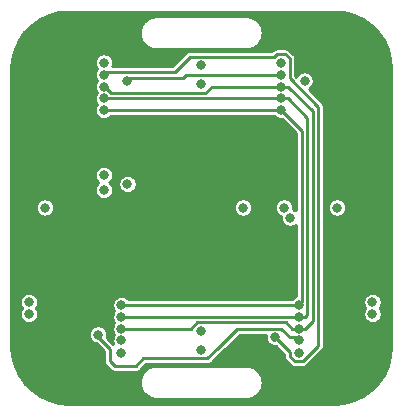
<source format=gbr>
%TF.GenerationSoftware,KiCad,Pcbnew,(5.1.6)-1*%
%TF.CreationDate,2020-09-19T18:08:17+02:00*%
%TF.ProjectId,watch,77617463-682e-46b6-9963-61645f706362,rev?*%
%TF.SameCoordinates,Original*%
%TF.FileFunction,Copper,L2,Inr*%
%TF.FilePolarity,Positive*%
%FSLAX46Y46*%
G04 Gerber Fmt 4.6, Leading zero omitted, Abs format (unit mm)*
G04 Created by KiCad (PCBNEW (5.1.6)-1) date 2020-09-19 18:08:17*
%MOMM*%
%LPD*%
G01*
G04 APERTURE LIST*
%TA.AperFunction,ViaPad*%
%ADD10C,0.800000*%
%TD*%
%TA.AperFunction,Conductor*%
%ADD11C,0.250000*%
%TD*%
G04 APERTURE END LIST*
D10*
%TO.N,GND*%
X133781312Y-62852611D03*
X140260725Y-75127611D03*
X155281312Y-75127611D03*
X147031312Y-50802611D03*
X140781312Y-60852611D03*
X153781312Y-50577611D03*
X138781312Y-50577611D03*
X146981312Y-74902611D03*
X132431312Y-70852611D03*
X132431312Y-71852611D03*
%TO.N,VCC*%
X154556312Y-63703715D03*
X150556312Y-62852611D03*
%TO.N,+3V3*%
X138281312Y-75102611D03*
X140781312Y-50602611D03*
X155781312Y-50602611D03*
X141281312Y-63102611D03*
X138781312Y-62602611D03*
X145781312Y-60852611D03*
X153281312Y-75102611D03*
%TO.N,/MDI*%
X155781312Y-52102611D03*
%TO.N,/OE*%
X155281312Y-71102611D03*
X138781312Y-54602611D03*
X153781312Y-54602611D03*
X140281312Y-71102611D03*
%TO.N,/LE*%
X155281312Y-72102611D03*
X140281312Y-72102611D03*
X138781312Y-53602611D03*
X153781306Y-53602611D03*
%TO.N,/CLK*%
X155281312Y-73102611D03*
X140281312Y-73102611D03*
X138781312Y-52602611D03*
X153781312Y-52602611D03*
%TO.N,/SDI*%
X140281312Y-74102611D03*
%TO.N,/SW1*%
X147031312Y-52402611D03*
%TO.N,/SW2*%
X147031312Y-73302611D03*
%TO.N,+BATT*%
X154031312Y-62852611D03*
X158531312Y-62852611D03*
%TO.N,Net-(U10-Pad2)*%
X153281312Y-73827611D03*
X138781312Y-51602611D03*
%TO.N,Net-(U3-Pad2)*%
X155281312Y-74102611D03*
X138281312Y-73602611D03*
%TO.N,Net-(U10-Pad14)*%
X153781312Y-51602611D03*
X140781312Y-52102611D03*
%TO.N,/RX*%
X138781312Y-60102611D03*
X161531312Y-70852611D03*
%TO.N,/TX*%
X138781312Y-61352611D03*
X161531312Y-71852611D03*
%TD*%
D11*
%TO.N,/OE*%
X138781312Y-54602611D02*
X153781312Y-54602611D01*
X140281312Y-71102611D02*
X155281312Y-71102611D01*
X155531312Y-56352611D02*
X153781312Y-54602611D01*
X155281312Y-71102611D02*
X155531312Y-70852611D01*
X155531312Y-70852611D02*
X155531312Y-56352611D01*
%TO.N,/LE*%
X138781312Y-53602611D02*
X153781306Y-53602611D01*
X154346991Y-53602611D02*
X153781306Y-53602611D01*
X156006313Y-71943295D02*
X156006313Y-55261933D01*
X155846997Y-72102611D02*
X156006313Y-71943295D01*
X156006313Y-55261933D02*
X154346991Y-53602611D01*
X155281312Y-72102611D02*
X155846997Y-72102611D01*
X140281312Y-72102611D02*
X155281312Y-72102611D01*
%TO.N,/CLK*%
X154346997Y-52602611D02*
X153781312Y-52602611D01*
X156456322Y-54711936D02*
X154346997Y-52602611D01*
X156456323Y-72493285D02*
X156456322Y-54711936D01*
X155846997Y-73102611D02*
X156456323Y-72493285D01*
X155281312Y-73102611D02*
X155846997Y-73102611D01*
X138854314Y-52602611D02*
X138781312Y-52602611D01*
X139379315Y-53127612D02*
X138854314Y-52602611D01*
X147379313Y-53127612D02*
X139379315Y-53127612D01*
X147904314Y-52602611D02*
X147379313Y-53127612D01*
X153781312Y-52602611D02*
X147904314Y-52602611D01*
X154190626Y-72577610D02*
X154715627Y-73102611D01*
X146683311Y-72577610D02*
X154190626Y-72577610D01*
X154715627Y-73102611D02*
X155281312Y-73102611D01*
X146158310Y-73102611D02*
X146683311Y-72577610D01*
X140281312Y-73102611D02*
X146158310Y-73102611D01*
%TO.N,Net-(U10-Pad2)*%
X153081311Y-74027612D02*
X153281312Y-73827611D01*
X138708310Y-51602611D02*
X138781312Y-51602611D01*
X139031312Y-51352611D02*
X138781312Y-51602611D01*
X144781312Y-51352611D02*
X139031312Y-51352611D01*
X146056313Y-50077610D02*
X144781312Y-51352611D01*
X153208311Y-50077610D02*
X146056313Y-50077610D01*
X155629313Y-75852612D02*
X156906331Y-74575594D01*
X156906331Y-54300632D02*
X154506313Y-51900614D01*
X154556311Y-75475612D02*
X154933311Y-75852612D01*
X154506313Y-50229610D02*
X154129314Y-49852611D01*
X153433310Y-49852611D02*
X153208311Y-50077610D01*
X154933311Y-75852612D02*
X155629313Y-75852612D01*
X154506313Y-51900614D02*
X154506313Y-50229610D01*
X154556311Y-75102610D02*
X154556311Y-75475612D01*
X153281312Y-73827611D02*
X154556311Y-75102610D01*
X156906331Y-74575594D02*
X156906331Y-54300632D01*
X154129314Y-49852611D02*
X153433310Y-49852611D01*
%TO.N,Net-(U3-Pad2)*%
X150081315Y-73102610D02*
X148431313Y-74752612D01*
X154506313Y-73827612D02*
X153781311Y-73102610D01*
X155281312Y-74102611D02*
X155006313Y-73827612D01*
X153781311Y-73102610D02*
X150081315Y-73102610D01*
X148581314Y-74602611D02*
X148431313Y-74752612D01*
X155006313Y-73827612D02*
X154506313Y-73827612D01*
X139281312Y-74827611D02*
X138281312Y-73827611D01*
X139281312Y-75857610D02*
X139281312Y-74827611D01*
X148431313Y-74752612D02*
X147556313Y-75627612D01*
X142142721Y-75627612D02*
X141467711Y-76302622D01*
X141467711Y-76302622D02*
X139726323Y-76302621D01*
X147556313Y-75627612D02*
X142142721Y-75627612D01*
X139726323Y-76302621D02*
X139281312Y-75857610D01*
%TO.N,Net-(U10-Pad14)*%
X145506312Y-51877611D02*
X145781312Y-51602611D01*
X140781312Y-51877611D02*
X145506312Y-51877611D01*
X153781312Y-51602611D02*
X145781312Y-51602611D01*
%TD*%
%TO.N,+3V3*%
G36*
X159123243Y-46327798D02*
G01*
X159939586Y-46546537D01*
X160705545Y-46903710D01*
X161397850Y-47388467D01*
X161995457Y-47986074D01*
X162480212Y-48678375D01*
X162837385Y-49444336D01*
X163056125Y-50260681D01*
X163131313Y-51120088D01*
X163131312Y-74585146D01*
X163056125Y-75444541D01*
X162837385Y-76260886D01*
X162480212Y-77026847D01*
X161995457Y-77719148D01*
X161397850Y-78316755D01*
X160705545Y-78801512D01*
X159939586Y-79158685D01*
X159123243Y-79377424D01*
X158263847Y-79452611D01*
X135798777Y-79452611D01*
X134939382Y-79377424D01*
X134123037Y-79158684D01*
X133357076Y-78801511D01*
X132664775Y-78316756D01*
X132067168Y-77719149D01*
X132000081Y-77623338D01*
X141832982Y-77623338D01*
X141833235Y-77659592D01*
X141832982Y-77695846D01*
X141833527Y-77701405D01*
X141853928Y-77895501D01*
X141861217Y-77931009D01*
X141868011Y-77966625D01*
X141869626Y-77971972D01*
X141927338Y-78158410D01*
X141941376Y-78191807D01*
X141954967Y-78225445D01*
X141957589Y-78230376D01*
X142050414Y-78402053D01*
X142070692Y-78432117D01*
X142090539Y-78462446D01*
X142094069Y-78466774D01*
X142218473Y-78617152D01*
X142244199Y-78642699D01*
X142269563Y-78668600D01*
X142273866Y-78672160D01*
X142425108Y-78795510D01*
X142455300Y-78815569D01*
X142485219Y-78836055D01*
X142490132Y-78838711D01*
X142662454Y-78930336D01*
X142695952Y-78944143D01*
X142729294Y-78958433D01*
X142734629Y-78960085D01*
X142921466Y-79016494D01*
X142957029Y-79023536D01*
X142992490Y-79031073D01*
X142998044Y-79031657D01*
X143192278Y-79050702D01*
X143192282Y-79050702D01*
X143211665Y-79052611D01*
X150850959Y-79052611D01*
X150871326Y-79050605D01*
X150884307Y-79050605D01*
X150889862Y-79050021D01*
X151083811Y-79028266D01*
X151119268Y-79020729D01*
X151154838Y-79013686D01*
X151160173Y-79012035D01*
X151346204Y-78953022D01*
X151379531Y-78938738D01*
X151413043Y-78924925D01*
X151417952Y-78922270D01*
X151417957Y-78922268D01*
X151417961Y-78922265D01*
X151588981Y-78828246D01*
X151618878Y-78807775D01*
X151649090Y-78787702D01*
X151653394Y-78784142D01*
X151802900Y-78658692D01*
X151828280Y-78632775D01*
X151853991Y-78607243D01*
X151857521Y-78602915D01*
X151979812Y-78450815D01*
X151999673Y-78420464D01*
X152019935Y-78390425D01*
X152022557Y-78385494D01*
X152112977Y-78212538D01*
X152126556Y-78178929D01*
X152140608Y-78145500D01*
X152142222Y-78140153D01*
X152197325Y-77952928D01*
X152204116Y-77917326D01*
X152211408Y-77881805D01*
X152211953Y-77876246D01*
X152229642Y-77681885D01*
X152229389Y-77645630D01*
X152229642Y-77609376D01*
X152229097Y-77603817D01*
X152208696Y-77409720D01*
X152201404Y-77374199D01*
X152194613Y-77338597D01*
X152192999Y-77333254D01*
X152192998Y-77333248D01*
X152192996Y-77333242D01*
X152135286Y-77146812D01*
X152121254Y-77113432D01*
X152107657Y-77079777D01*
X152105035Y-77074846D01*
X152012210Y-76903169D01*
X151991932Y-76873105D01*
X151972085Y-76842776D01*
X151968555Y-76838448D01*
X151844151Y-76688070D01*
X151818425Y-76662523D01*
X151793061Y-76636622D01*
X151788758Y-76633062D01*
X151637516Y-76509712D01*
X151607342Y-76489665D01*
X151577406Y-76469167D01*
X151572493Y-76466511D01*
X151400170Y-76374886D01*
X151366672Y-76361079D01*
X151333330Y-76346789D01*
X151327995Y-76345137D01*
X151141159Y-76288728D01*
X151105574Y-76281682D01*
X151070134Y-76274149D01*
X151064579Y-76273565D01*
X150870346Y-76254520D01*
X150870342Y-76254520D01*
X150850959Y-76252611D01*
X143211665Y-76252611D01*
X143191298Y-76254617D01*
X143178317Y-76254617D01*
X143172762Y-76255201D01*
X142978812Y-76276956D01*
X142943348Y-76284494D01*
X142907786Y-76291536D01*
X142902451Y-76293187D01*
X142716421Y-76352200D01*
X142683107Y-76366478D01*
X142649581Y-76380297D01*
X142644668Y-76382953D01*
X142473643Y-76476976D01*
X142443746Y-76497447D01*
X142413534Y-76517520D01*
X142409234Y-76521078D01*
X142409229Y-76521081D01*
X142409225Y-76521085D01*
X142259724Y-76646530D01*
X142234344Y-76672447D01*
X142208633Y-76697979D01*
X142205103Y-76702307D01*
X142082812Y-76854407D01*
X142062961Y-76884743D01*
X142042689Y-76914797D01*
X142040067Y-76919729D01*
X141949647Y-77092684D01*
X141936068Y-77126293D01*
X141922016Y-77159722D01*
X141920402Y-77165069D01*
X141865299Y-77352295D01*
X141858509Y-77387889D01*
X141851216Y-77423417D01*
X141850671Y-77428976D01*
X141832982Y-77623338D01*
X132000081Y-77623338D01*
X131582411Y-77026844D01*
X131225238Y-76260885D01*
X131006499Y-75444542D01*
X130931312Y-74585146D01*
X130931312Y-73526280D01*
X137506312Y-73526280D01*
X137506312Y-73678942D01*
X137536095Y-73828670D01*
X137594516Y-73969711D01*
X137679330Y-74096645D01*
X137787278Y-74204593D01*
X137914212Y-74289407D01*
X138055253Y-74347828D01*
X138104150Y-74357554D01*
X138781313Y-75034718D01*
X138781312Y-75833049D01*
X138778893Y-75857610D01*
X138788547Y-75955627D01*
X138791826Y-75966436D01*
X138817137Y-76049876D01*
X138863566Y-76136739D01*
X138926048Y-76212874D01*
X138945135Y-76228538D01*
X139355407Y-76638812D01*
X139371059Y-76657884D01*
X139390130Y-76673535D01*
X139390136Y-76673541D01*
X139447194Y-76720367D01*
X139534055Y-76766795D01*
X139628306Y-76795386D01*
X139726323Y-76805040D01*
X139750893Y-76802620D01*
X141443150Y-76802622D01*
X141467711Y-76805041D01*
X141565728Y-76795387D01*
X141605108Y-76783441D01*
X141659977Y-76766797D01*
X141746839Y-76720368D01*
X141822974Y-76657886D01*
X141838634Y-76638804D01*
X142349828Y-76127612D01*
X147531753Y-76127612D01*
X147556313Y-76130031D01*
X147580873Y-76127612D01*
X147654330Y-76120377D01*
X147748580Y-76091787D01*
X147835442Y-76045358D01*
X147911577Y-75982876D01*
X147927242Y-75963788D01*
X148802233Y-75088799D01*
X148802242Y-75088788D01*
X148859290Y-75031740D01*
X148952233Y-74938798D01*
X148952237Y-74938793D01*
X150288421Y-73602610D01*
X152535885Y-73602610D01*
X152506312Y-73751280D01*
X152506312Y-73903942D01*
X152536095Y-74053670D01*
X152594516Y-74194711D01*
X152640351Y-74263308D01*
X152663566Y-74306740D01*
X152726048Y-74382875D01*
X152802183Y-74445357D01*
X152845615Y-74468572D01*
X152914212Y-74514407D01*
X153055253Y-74572828D01*
X153204981Y-74602611D01*
X153349206Y-74602611D01*
X154056311Y-75309717D01*
X154056311Y-75451052D01*
X154053892Y-75475612D01*
X154056311Y-75500171D01*
X154056311Y-75500172D01*
X154063546Y-75573629D01*
X154092137Y-75667879D01*
X154138566Y-75754741D01*
X154201048Y-75830876D01*
X154220130Y-75846536D01*
X154562390Y-76188798D01*
X154578047Y-76207876D01*
X154654182Y-76270358D01*
X154741044Y-76316787D01*
X154826248Y-76342633D01*
X154835294Y-76345377D01*
X154933311Y-76355031D01*
X154957871Y-76352612D01*
X155604753Y-76352612D01*
X155629313Y-76355031D01*
X155653873Y-76352612D01*
X155727330Y-76345377D01*
X155821580Y-76316787D01*
X155908442Y-76270358D01*
X155984577Y-76207876D01*
X156000242Y-76188788D01*
X157242512Y-74946519D01*
X157261595Y-74930858D01*
X157324077Y-74854723D01*
X157370506Y-74767861D01*
X157399096Y-74673611D01*
X157406331Y-74600154D01*
X157406331Y-74600153D01*
X157408750Y-74575595D01*
X157406331Y-74551037D01*
X157406331Y-70776280D01*
X160756312Y-70776280D01*
X160756312Y-70928942D01*
X160786095Y-71078670D01*
X160844516Y-71219711D01*
X160929330Y-71346645D01*
X160935296Y-71352611D01*
X160929330Y-71358577D01*
X160844516Y-71485511D01*
X160786095Y-71626552D01*
X160756312Y-71776280D01*
X160756312Y-71928942D01*
X160786095Y-72078670D01*
X160844516Y-72219711D01*
X160929330Y-72346645D01*
X161037278Y-72454593D01*
X161164212Y-72539407D01*
X161305253Y-72597828D01*
X161454981Y-72627611D01*
X161607643Y-72627611D01*
X161757371Y-72597828D01*
X161898412Y-72539407D01*
X162025346Y-72454593D01*
X162133294Y-72346645D01*
X162218108Y-72219711D01*
X162276529Y-72078670D01*
X162306312Y-71928942D01*
X162306312Y-71776280D01*
X162276529Y-71626552D01*
X162218108Y-71485511D01*
X162133294Y-71358577D01*
X162127328Y-71352611D01*
X162133294Y-71346645D01*
X162218108Y-71219711D01*
X162276529Y-71078670D01*
X162306312Y-70928942D01*
X162306312Y-70776280D01*
X162276529Y-70626552D01*
X162218108Y-70485511D01*
X162133294Y-70358577D01*
X162025346Y-70250629D01*
X161898412Y-70165815D01*
X161757371Y-70107394D01*
X161607643Y-70077611D01*
X161454981Y-70077611D01*
X161305253Y-70107394D01*
X161164212Y-70165815D01*
X161037278Y-70250629D01*
X160929330Y-70358577D01*
X160844516Y-70485511D01*
X160786095Y-70626552D01*
X160756312Y-70776280D01*
X157406331Y-70776280D01*
X157406331Y-62776280D01*
X157756312Y-62776280D01*
X157756312Y-62928942D01*
X157786095Y-63078670D01*
X157844516Y-63219711D01*
X157929330Y-63346645D01*
X158037278Y-63454593D01*
X158164212Y-63539407D01*
X158305253Y-63597828D01*
X158454981Y-63627611D01*
X158607643Y-63627611D01*
X158757371Y-63597828D01*
X158898412Y-63539407D01*
X159025346Y-63454593D01*
X159133294Y-63346645D01*
X159218108Y-63219711D01*
X159276529Y-63078670D01*
X159306312Y-62928942D01*
X159306312Y-62776280D01*
X159276529Y-62626552D01*
X159218108Y-62485511D01*
X159133294Y-62358577D01*
X159025346Y-62250629D01*
X158898412Y-62165815D01*
X158757371Y-62107394D01*
X158607643Y-62077611D01*
X158454981Y-62077611D01*
X158305253Y-62107394D01*
X158164212Y-62165815D01*
X158037278Y-62250629D01*
X157929330Y-62358577D01*
X157844516Y-62485511D01*
X157786095Y-62626552D01*
X157756312Y-62776280D01*
X157406331Y-62776280D01*
X157406331Y-54325191D01*
X157408750Y-54300631D01*
X157399096Y-54202614D01*
X157379628Y-54138437D01*
X157370506Y-54108365D01*
X157324077Y-54021503D01*
X157261595Y-53945368D01*
X157242512Y-53929707D01*
X156115743Y-52802939D01*
X156148412Y-52789407D01*
X156275346Y-52704593D01*
X156383294Y-52596645D01*
X156468108Y-52469711D01*
X156526529Y-52328670D01*
X156556312Y-52178942D01*
X156556312Y-52026280D01*
X156526529Y-51876552D01*
X156468108Y-51735511D01*
X156383294Y-51608577D01*
X156275346Y-51500629D01*
X156148412Y-51415815D01*
X156007371Y-51357394D01*
X155857643Y-51327611D01*
X155704981Y-51327611D01*
X155555253Y-51357394D01*
X155414212Y-51415815D01*
X155287278Y-51500629D01*
X155179330Y-51608577D01*
X155094516Y-51735511D01*
X155080984Y-51768180D01*
X155006313Y-51693509D01*
X155006313Y-50254167D01*
X155008732Y-50229609D01*
X155006313Y-50205050D01*
X154999078Y-50131593D01*
X154970488Y-50037343D01*
X154924059Y-49950481D01*
X154861577Y-49874346D01*
X154842494Y-49858685D01*
X154500243Y-49516435D01*
X154484578Y-49497347D01*
X154408443Y-49434865D01*
X154321581Y-49388436D01*
X154227331Y-49359846D01*
X154153874Y-49352611D01*
X154129314Y-49350192D01*
X154104754Y-49352611D01*
X153457870Y-49352611D01*
X153433310Y-49350192D01*
X153408750Y-49352611D01*
X153335293Y-49359846D01*
X153241043Y-49388436D01*
X153154181Y-49434865D01*
X153078046Y-49497347D01*
X153062385Y-49516430D01*
X153001205Y-49577610D01*
X146080873Y-49577610D01*
X146056313Y-49575191D01*
X146031753Y-49577610D01*
X145958296Y-49584845D01*
X145864046Y-49613435D01*
X145777184Y-49659864D01*
X145701049Y-49722346D01*
X145685393Y-49741423D01*
X144574207Y-50852611D01*
X139506257Y-50852611D01*
X139526529Y-50803670D01*
X139556312Y-50653942D01*
X139556312Y-50501280D01*
X139526529Y-50351552D01*
X139468108Y-50210511D01*
X139383294Y-50083577D01*
X139275346Y-49975629D01*
X139148412Y-49890815D01*
X139007371Y-49832394D01*
X138857643Y-49802611D01*
X138704981Y-49802611D01*
X138555253Y-49832394D01*
X138414212Y-49890815D01*
X138287278Y-49975629D01*
X138179330Y-50083577D01*
X138094516Y-50210511D01*
X138036095Y-50351552D01*
X138006312Y-50501280D01*
X138006312Y-50653942D01*
X138036095Y-50803670D01*
X138094516Y-50944711D01*
X138179330Y-51071645D01*
X138197796Y-51090111D01*
X138179330Y-51108577D01*
X138094516Y-51235511D01*
X138036095Y-51376552D01*
X138006312Y-51526280D01*
X138006312Y-51678942D01*
X138036095Y-51828670D01*
X138094516Y-51969711D01*
X138179330Y-52096645D01*
X138185296Y-52102611D01*
X138179330Y-52108577D01*
X138094516Y-52235511D01*
X138036095Y-52376552D01*
X138006312Y-52526280D01*
X138006312Y-52678942D01*
X138036095Y-52828670D01*
X138094516Y-52969711D01*
X138179330Y-53096645D01*
X138185296Y-53102611D01*
X138179330Y-53108577D01*
X138094516Y-53235511D01*
X138036095Y-53376552D01*
X138006312Y-53526280D01*
X138006312Y-53678942D01*
X138036095Y-53828670D01*
X138094516Y-53969711D01*
X138179330Y-54096645D01*
X138185296Y-54102611D01*
X138179330Y-54108577D01*
X138094516Y-54235511D01*
X138036095Y-54376552D01*
X138006312Y-54526280D01*
X138006312Y-54678942D01*
X138036095Y-54828670D01*
X138094516Y-54969711D01*
X138179330Y-55096645D01*
X138287278Y-55204593D01*
X138414212Y-55289407D01*
X138555253Y-55347828D01*
X138704981Y-55377611D01*
X138857643Y-55377611D01*
X139007371Y-55347828D01*
X139148412Y-55289407D01*
X139275346Y-55204593D01*
X139377328Y-55102611D01*
X153185296Y-55102611D01*
X153287278Y-55204593D01*
X153414212Y-55289407D01*
X153555253Y-55347828D01*
X153704981Y-55377611D01*
X153849207Y-55377611D01*
X155031313Y-56559719D01*
X155031313Y-63089015D01*
X154923412Y-63016919D01*
X154799058Y-62965410D01*
X154806312Y-62928942D01*
X154806312Y-62776280D01*
X154776529Y-62626552D01*
X154718108Y-62485511D01*
X154633294Y-62358577D01*
X154525346Y-62250629D01*
X154398412Y-62165815D01*
X154257371Y-62107394D01*
X154107643Y-62077611D01*
X153954981Y-62077611D01*
X153805253Y-62107394D01*
X153664212Y-62165815D01*
X153537278Y-62250629D01*
X153429330Y-62358577D01*
X153344516Y-62485511D01*
X153286095Y-62626552D01*
X153256312Y-62776280D01*
X153256312Y-62928942D01*
X153286095Y-63078670D01*
X153344516Y-63219711D01*
X153429330Y-63346645D01*
X153537278Y-63454593D01*
X153664212Y-63539407D01*
X153788566Y-63590916D01*
X153781312Y-63627384D01*
X153781312Y-63780046D01*
X153811095Y-63929774D01*
X153869516Y-64070815D01*
X153954330Y-64197749D01*
X154062278Y-64305697D01*
X154189212Y-64390511D01*
X154330253Y-64448932D01*
X154479981Y-64478715D01*
X154632643Y-64478715D01*
X154782371Y-64448932D01*
X154923412Y-64390511D01*
X155031312Y-64318415D01*
X155031312Y-70367311D01*
X154914212Y-70415815D01*
X154787278Y-70500629D01*
X154685296Y-70602611D01*
X140877328Y-70602611D01*
X140775346Y-70500629D01*
X140648412Y-70415815D01*
X140507371Y-70357394D01*
X140357643Y-70327611D01*
X140204981Y-70327611D01*
X140055253Y-70357394D01*
X139914212Y-70415815D01*
X139787278Y-70500629D01*
X139679330Y-70608577D01*
X139594516Y-70735511D01*
X139536095Y-70876552D01*
X139506312Y-71026280D01*
X139506312Y-71178942D01*
X139536095Y-71328670D01*
X139594516Y-71469711D01*
X139679330Y-71596645D01*
X139685296Y-71602611D01*
X139679330Y-71608577D01*
X139594516Y-71735511D01*
X139536095Y-71876552D01*
X139506312Y-72026280D01*
X139506312Y-72178942D01*
X139536095Y-72328670D01*
X139594516Y-72469711D01*
X139679330Y-72596645D01*
X139685296Y-72602611D01*
X139679330Y-72608577D01*
X139594516Y-72735511D01*
X139536095Y-72876552D01*
X139506312Y-73026280D01*
X139506312Y-73178942D01*
X139536095Y-73328670D01*
X139594516Y-73469711D01*
X139679330Y-73596645D01*
X139685296Y-73602611D01*
X139679330Y-73608577D01*
X139594516Y-73735511D01*
X139536095Y-73876552D01*
X139506312Y-74026280D01*
X139506312Y-74178942D01*
X139536095Y-74328670D01*
X139569058Y-74408250D01*
X139015677Y-73854870D01*
X139026529Y-73828670D01*
X139056312Y-73678942D01*
X139056312Y-73526280D01*
X139026529Y-73376552D01*
X138968108Y-73235511D01*
X138883294Y-73108577D01*
X138775346Y-73000629D01*
X138648412Y-72915815D01*
X138507371Y-72857394D01*
X138357643Y-72827611D01*
X138204981Y-72827611D01*
X138055253Y-72857394D01*
X137914212Y-72915815D01*
X137787278Y-73000629D01*
X137679330Y-73108577D01*
X137594516Y-73235511D01*
X137536095Y-73376552D01*
X137506312Y-73526280D01*
X130931312Y-73526280D01*
X130931312Y-70776280D01*
X131656312Y-70776280D01*
X131656312Y-70928942D01*
X131686095Y-71078670D01*
X131744516Y-71219711D01*
X131829330Y-71346645D01*
X131835296Y-71352611D01*
X131829330Y-71358577D01*
X131744516Y-71485511D01*
X131686095Y-71626552D01*
X131656312Y-71776280D01*
X131656312Y-71928942D01*
X131686095Y-72078670D01*
X131744516Y-72219711D01*
X131829330Y-72346645D01*
X131937278Y-72454593D01*
X132064212Y-72539407D01*
X132205253Y-72597828D01*
X132354981Y-72627611D01*
X132507643Y-72627611D01*
X132657371Y-72597828D01*
X132798412Y-72539407D01*
X132925346Y-72454593D01*
X133033294Y-72346645D01*
X133118108Y-72219711D01*
X133176529Y-72078670D01*
X133206312Y-71928942D01*
X133206312Y-71776280D01*
X133176529Y-71626552D01*
X133118108Y-71485511D01*
X133033294Y-71358577D01*
X133027328Y-71352611D01*
X133033294Y-71346645D01*
X133118108Y-71219711D01*
X133176529Y-71078670D01*
X133206312Y-70928942D01*
X133206312Y-70776280D01*
X133176529Y-70626552D01*
X133118108Y-70485511D01*
X133033294Y-70358577D01*
X132925346Y-70250629D01*
X132798412Y-70165815D01*
X132657371Y-70107394D01*
X132507643Y-70077611D01*
X132354981Y-70077611D01*
X132205253Y-70107394D01*
X132064212Y-70165815D01*
X131937278Y-70250629D01*
X131829330Y-70358577D01*
X131744516Y-70485511D01*
X131686095Y-70626552D01*
X131656312Y-70776280D01*
X130931312Y-70776280D01*
X130931312Y-62776280D01*
X133006312Y-62776280D01*
X133006312Y-62928942D01*
X133036095Y-63078670D01*
X133094516Y-63219711D01*
X133179330Y-63346645D01*
X133287278Y-63454593D01*
X133414212Y-63539407D01*
X133555253Y-63597828D01*
X133704981Y-63627611D01*
X133857643Y-63627611D01*
X134007371Y-63597828D01*
X134148412Y-63539407D01*
X134275346Y-63454593D01*
X134383294Y-63346645D01*
X134468108Y-63219711D01*
X134526529Y-63078670D01*
X134556312Y-62928942D01*
X134556312Y-62776280D01*
X149781312Y-62776280D01*
X149781312Y-62928942D01*
X149811095Y-63078670D01*
X149869516Y-63219711D01*
X149954330Y-63346645D01*
X150062278Y-63454593D01*
X150189212Y-63539407D01*
X150330253Y-63597828D01*
X150479981Y-63627611D01*
X150632643Y-63627611D01*
X150782371Y-63597828D01*
X150923412Y-63539407D01*
X151050346Y-63454593D01*
X151158294Y-63346645D01*
X151243108Y-63219711D01*
X151301529Y-63078670D01*
X151331312Y-62928942D01*
X151331312Y-62776280D01*
X151301529Y-62626552D01*
X151243108Y-62485511D01*
X151158294Y-62358577D01*
X151050346Y-62250629D01*
X150923412Y-62165815D01*
X150782371Y-62107394D01*
X150632643Y-62077611D01*
X150479981Y-62077611D01*
X150330253Y-62107394D01*
X150189212Y-62165815D01*
X150062278Y-62250629D01*
X149954330Y-62358577D01*
X149869516Y-62485511D01*
X149811095Y-62626552D01*
X149781312Y-62776280D01*
X134556312Y-62776280D01*
X134526529Y-62626552D01*
X134468108Y-62485511D01*
X134383294Y-62358577D01*
X134275346Y-62250629D01*
X134148412Y-62165815D01*
X134007371Y-62107394D01*
X133857643Y-62077611D01*
X133704981Y-62077611D01*
X133555253Y-62107394D01*
X133414212Y-62165815D01*
X133287278Y-62250629D01*
X133179330Y-62358577D01*
X133094516Y-62485511D01*
X133036095Y-62626552D01*
X133006312Y-62776280D01*
X130931312Y-62776280D01*
X130931312Y-60026280D01*
X138006312Y-60026280D01*
X138006312Y-60178942D01*
X138036095Y-60328670D01*
X138094516Y-60469711D01*
X138179330Y-60596645D01*
X138287278Y-60704593D01*
X138321727Y-60727611D01*
X138287278Y-60750629D01*
X138179330Y-60858577D01*
X138094516Y-60985511D01*
X138036095Y-61126552D01*
X138006312Y-61276280D01*
X138006312Y-61428942D01*
X138036095Y-61578670D01*
X138094516Y-61719711D01*
X138179330Y-61846645D01*
X138287278Y-61954593D01*
X138414212Y-62039407D01*
X138555253Y-62097828D01*
X138704981Y-62127611D01*
X138857643Y-62127611D01*
X139007371Y-62097828D01*
X139148412Y-62039407D01*
X139275346Y-61954593D01*
X139383294Y-61846645D01*
X139468108Y-61719711D01*
X139526529Y-61578670D01*
X139556312Y-61428942D01*
X139556312Y-61276280D01*
X139526529Y-61126552D01*
X139468108Y-60985511D01*
X139383294Y-60858577D01*
X139300997Y-60776280D01*
X140006312Y-60776280D01*
X140006312Y-60928942D01*
X140036095Y-61078670D01*
X140094516Y-61219711D01*
X140179330Y-61346645D01*
X140287278Y-61454593D01*
X140414212Y-61539407D01*
X140555253Y-61597828D01*
X140704981Y-61627611D01*
X140857643Y-61627611D01*
X141007371Y-61597828D01*
X141148412Y-61539407D01*
X141275346Y-61454593D01*
X141383294Y-61346645D01*
X141468108Y-61219711D01*
X141526529Y-61078670D01*
X141556312Y-60928942D01*
X141556312Y-60776280D01*
X141526529Y-60626552D01*
X141468108Y-60485511D01*
X141383294Y-60358577D01*
X141275346Y-60250629D01*
X141148412Y-60165815D01*
X141007371Y-60107394D01*
X140857643Y-60077611D01*
X140704981Y-60077611D01*
X140555253Y-60107394D01*
X140414212Y-60165815D01*
X140287278Y-60250629D01*
X140179330Y-60358577D01*
X140094516Y-60485511D01*
X140036095Y-60626552D01*
X140006312Y-60776280D01*
X139300997Y-60776280D01*
X139275346Y-60750629D01*
X139240897Y-60727611D01*
X139275346Y-60704593D01*
X139383294Y-60596645D01*
X139468108Y-60469711D01*
X139526529Y-60328670D01*
X139556312Y-60178942D01*
X139556312Y-60026280D01*
X139526529Y-59876552D01*
X139468108Y-59735511D01*
X139383294Y-59608577D01*
X139275346Y-59500629D01*
X139148412Y-59415815D01*
X139007371Y-59357394D01*
X138857643Y-59327611D01*
X138704981Y-59327611D01*
X138555253Y-59357394D01*
X138414212Y-59415815D01*
X138287278Y-59500629D01*
X138179330Y-59608577D01*
X138094516Y-59735511D01*
X138036095Y-59876552D01*
X138006312Y-60026280D01*
X130931312Y-60026280D01*
X130931312Y-51120076D01*
X131006499Y-50260680D01*
X131225238Y-49444337D01*
X131582411Y-48678378D01*
X132041074Y-48023338D01*
X141832982Y-48023338D01*
X141833235Y-48059592D01*
X141832982Y-48095846D01*
X141833527Y-48101405D01*
X141853928Y-48295501D01*
X141861217Y-48331009D01*
X141868011Y-48366625D01*
X141869626Y-48371972D01*
X141927338Y-48558410D01*
X141941376Y-48591807D01*
X141954967Y-48625445D01*
X141957589Y-48630376D01*
X142050414Y-48802053D01*
X142070692Y-48832117D01*
X142090539Y-48862446D01*
X142094069Y-48866774D01*
X142218473Y-49017152D01*
X142244199Y-49042699D01*
X142269563Y-49068600D01*
X142273866Y-49072160D01*
X142425108Y-49195510D01*
X142455300Y-49215569D01*
X142485219Y-49236055D01*
X142490132Y-49238711D01*
X142662454Y-49330336D01*
X142695952Y-49344143D01*
X142729294Y-49358433D01*
X142734629Y-49360085D01*
X142921466Y-49416494D01*
X142957029Y-49423536D01*
X142992490Y-49431073D01*
X142998044Y-49431657D01*
X143192278Y-49450702D01*
X143192282Y-49450702D01*
X143211665Y-49452611D01*
X150850959Y-49452611D01*
X150871326Y-49450605D01*
X150884307Y-49450605D01*
X150889862Y-49450021D01*
X151083811Y-49428266D01*
X151119268Y-49420729D01*
X151154838Y-49413686D01*
X151160173Y-49412035D01*
X151346204Y-49353022D01*
X151379531Y-49338738D01*
X151413043Y-49324925D01*
X151417952Y-49322270D01*
X151417957Y-49322268D01*
X151417961Y-49322265D01*
X151588981Y-49228246D01*
X151618878Y-49207775D01*
X151649090Y-49187702D01*
X151653394Y-49184142D01*
X151802900Y-49058692D01*
X151828280Y-49032775D01*
X151853991Y-49007243D01*
X151857521Y-49002915D01*
X151979812Y-48850815D01*
X151999673Y-48820464D01*
X152019935Y-48790425D01*
X152022557Y-48785494D01*
X152112977Y-48612538D01*
X152126556Y-48578929D01*
X152140608Y-48545500D01*
X152142222Y-48540153D01*
X152197325Y-48352928D01*
X152204116Y-48317326D01*
X152211408Y-48281805D01*
X152211953Y-48276246D01*
X152229642Y-48081885D01*
X152229389Y-48045630D01*
X152229642Y-48009376D01*
X152229097Y-48003817D01*
X152208696Y-47809720D01*
X152201404Y-47774199D01*
X152194613Y-47738597D01*
X152192999Y-47733254D01*
X152192998Y-47733248D01*
X152192996Y-47733242D01*
X152135286Y-47546812D01*
X152121254Y-47513432D01*
X152107657Y-47479777D01*
X152105035Y-47474846D01*
X152012210Y-47303169D01*
X151991932Y-47273105D01*
X151972085Y-47242776D01*
X151968555Y-47238448D01*
X151844151Y-47088070D01*
X151818425Y-47062523D01*
X151793061Y-47036622D01*
X151788758Y-47033062D01*
X151637516Y-46909712D01*
X151607342Y-46889665D01*
X151577406Y-46869167D01*
X151572493Y-46866511D01*
X151400170Y-46774886D01*
X151366672Y-46761079D01*
X151333330Y-46746789D01*
X151327995Y-46745137D01*
X151141159Y-46688728D01*
X151105574Y-46681682D01*
X151070134Y-46674149D01*
X151064579Y-46673565D01*
X150870346Y-46654520D01*
X150870342Y-46654520D01*
X150850959Y-46652611D01*
X143211665Y-46652611D01*
X143191298Y-46654617D01*
X143178317Y-46654617D01*
X143172762Y-46655201D01*
X142978812Y-46676956D01*
X142943348Y-46684494D01*
X142907786Y-46691536D01*
X142902451Y-46693187D01*
X142716421Y-46752200D01*
X142683107Y-46766478D01*
X142649581Y-46780297D01*
X142644668Y-46782953D01*
X142473643Y-46876976D01*
X142443746Y-46897447D01*
X142413534Y-46917520D01*
X142409234Y-46921078D01*
X142409229Y-46921081D01*
X142409225Y-46921085D01*
X142259724Y-47046530D01*
X142234344Y-47072447D01*
X142208633Y-47097979D01*
X142205103Y-47102307D01*
X142082812Y-47254407D01*
X142062961Y-47284743D01*
X142042689Y-47314797D01*
X142040067Y-47319729D01*
X141949647Y-47492684D01*
X141936068Y-47526293D01*
X141922016Y-47559722D01*
X141920402Y-47565069D01*
X141865299Y-47752295D01*
X141858509Y-47787889D01*
X141851216Y-47823417D01*
X141850671Y-47828976D01*
X141832982Y-48023338D01*
X132041074Y-48023338D01*
X132067168Y-47986073D01*
X132664775Y-47388466D01*
X133357076Y-46903711D01*
X134123037Y-46546538D01*
X134939382Y-46327798D01*
X135798777Y-46252611D01*
X158263847Y-46252611D01*
X159123243Y-46327798D01*
G37*
X159123243Y-46327798D02*
X159939586Y-46546537D01*
X160705545Y-46903710D01*
X161397850Y-47388467D01*
X161995457Y-47986074D01*
X162480212Y-48678375D01*
X162837385Y-49444336D01*
X163056125Y-50260681D01*
X163131313Y-51120088D01*
X163131312Y-74585146D01*
X163056125Y-75444541D01*
X162837385Y-76260886D01*
X162480212Y-77026847D01*
X161995457Y-77719148D01*
X161397850Y-78316755D01*
X160705545Y-78801512D01*
X159939586Y-79158685D01*
X159123243Y-79377424D01*
X158263847Y-79452611D01*
X135798777Y-79452611D01*
X134939382Y-79377424D01*
X134123037Y-79158684D01*
X133357076Y-78801511D01*
X132664775Y-78316756D01*
X132067168Y-77719149D01*
X132000081Y-77623338D01*
X141832982Y-77623338D01*
X141833235Y-77659592D01*
X141832982Y-77695846D01*
X141833527Y-77701405D01*
X141853928Y-77895501D01*
X141861217Y-77931009D01*
X141868011Y-77966625D01*
X141869626Y-77971972D01*
X141927338Y-78158410D01*
X141941376Y-78191807D01*
X141954967Y-78225445D01*
X141957589Y-78230376D01*
X142050414Y-78402053D01*
X142070692Y-78432117D01*
X142090539Y-78462446D01*
X142094069Y-78466774D01*
X142218473Y-78617152D01*
X142244199Y-78642699D01*
X142269563Y-78668600D01*
X142273866Y-78672160D01*
X142425108Y-78795510D01*
X142455300Y-78815569D01*
X142485219Y-78836055D01*
X142490132Y-78838711D01*
X142662454Y-78930336D01*
X142695952Y-78944143D01*
X142729294Y-78958433D01*
X142734629Y-78960085D01*
X142921466Y-79016494D01*
X142957029Y-79023536D01*
X142992490Y-79031073D01*
X142998044Y-79031657D01*
X143192278Y-79050702D01*
X143192282Y-79050702D01*
X143211665Y-79052611D01*
X150850959Y-79052611D01*
X150871326Y-79050605D01*
X150884307Y-79050605D01*
X150889862Y-79050021D01*
X151083811Y-79028266D01*
X151119268Y-79020729D01*
X151154838Y-79013686D01*
X151160173Y-79012035D01*
X151346204Y-78953022D01*
X151379531Y-78938738D01*
X151413043Y-78924925D01*
X151417952Y-78922270D01*
X151417957Y-78922268D01*
X151417961Y-78922265D01*
X151588981Y-78828246D01*
X151618878Y-78807775D01*
X151649090Y-78787702D01*
X151653394Y-78784142D01*
X151802900Y-78658692D01*
X151828280Y-78632775D01*
X151853991Y-78607243D01*
X151857521Y-78602915D01*
X151979812Y-78450815D01*
X151999673Y-78420464D01*
X152019935Y-78390425D01*
X152022557Y-78385494D01*
X152112977Y-78212538D01*
X152126556Y-78178929D01*
X152140608Y-78145500D01*
X152142222Y-78140153D01*
X152197325Y-77952928D01*
X152204116Y-77917326D01*
X152211408Y-77881805D01*
X152211953Y-77876246D01*
X152229642Y-77681885D01*
X152229389Y-77645630D01*
X152229642Y-77609376D01*
X152229097Y-77603817D01*
X152208696Y-77409720D01*
X152201404Y-77374199D01*
X152194613Y-77338597D01*
X152192999Y-77333254D01*
X152192998Y-77333248D01*
X152192996Y-77333242D01*
X152135286Y-77146812D01*
X152121254Y-77113432D01*
X152107657Y-77079777D01*
X152105035Y-77074846D01*
X152012210Y-76903169D01*
X151991932Y-76873105D01*
X151972085Y-76842776D01*
X151968555Y-76838448D01*
X151844151Y-76688070D01*
X151818425Y-76662523D01*
X151793061Y-76636622D01*
X151788758Y-76633062D01*
X151637516Y-76509712D01*
X151607342Y-76489665D01*
X151577406Y-76469167D01*
X151572493Y-76466511D01*
X151400170Y-76374886D01*
X151366672Y-76361079D01*
X151333330Y-76346789D01*
X151327995Y-76345137D01*
X151141159Y-76288728D01*
X151105574Y-76281682D01*
X151070134Y-76274149D01*
X151064579Y-76273565D01*
X150870346Y-76254520D01*
X150870342Y-76254520D01*
X150850959Y-76252611D01*
X143211665Y-76252611D01*
X143191298Y-76254617D01*
X143178317Y-76254617D01*
X143172762Y-76255201D01*
X142978812Y-76276956D01*
X142943348Y-76284494D01*
X142907786Y-76291536D01*
X142902451Y-76293187D01*
X142716421Y-76352200D01*
X142683107Y-76366478D01*
X142649581Y-76380297D01*
X142644668Y-76382953D01*
X142473643Y-76476976D01*
X142443746Y-76497447D01*
X142413534Y-76517520D01*
X142409234Y-76521078D01*
X142409229Y-76521081D01*
X142409225Y-76521085D01*
X142259724Y-76646530D01*
X142234344Y-76672447D01*
X142208633Y-76697979D01*
X142205103Y-76702307D01*
X142082812Y-76854407D01*
X142062961Y-76884743D01*
X142042689Y-76914797D01*
X142040067Y-76919729D01*
X141949647Y-77092684D01*
X141936068Y-77126293D01*
X141922016Y-77159722D01*
X141920402Y-77165069D01*
X141865299Y-77352295D01*
X141858509Y-77387889D01*
X141851216Y-77423417D01*
X141850671Y-77428976D01*
X141832982Y-77623338D01*
X132000081Y-77623338D01*
X131582411Y-77026844D01*
X131225238Y-76260885D01*
X131006499Y-75444542D01*
X130931312Y-74585146D01*
X130931312Y-73526280D01*
X137506312Y-73526280D01*
X137506312Y-73678942D01*
X137536095Y-73828670D01*
X137594516Y-73969711D01*
X137679330Y-74096645D01*
X137787278Y-74204593D01*
X137914212Y-74289407D01*
X138055253Y-74347828D01*
X138104150Y-74357554D01*
X138781313Y-75034718D01*
X138781312Y-75833049D01*
X138778893Y-75857610D01*
X138788547Y-75955627D01*
X138791826Y-75966436D01*
X138817137Y-76049876D01*
X138863566Y-76136739D01*
X138926048Y-76212874D01*
X138945135Y-76228538D01*
X139355407Y-76638812D01*
X139371059Y-76657884D01*
X139390130Y-76673535D01*
X139390136Y-76673541D01*
X139447194Y-76720367D01*
X139534055Y-76766795D01*
X139628306Y-76795386D01*
X139726323Y-76805040D01*
X139750893Y-76802620D01*
X141443150Y-76802622D01*
X141467711Y-76805041D01*
X141565728Y-76795387D01*
X141605108Y-76783441D01*
X141659977Y-76766797D01*
X141746839Y-76720368D01*
X141822974Y-76657886D01*
X141838634Y-76638804D01*
X142349828Y-76127612D01*
X147531753Y-76127612D01*
X147556313Y-76130031D01*
X147580873Y-76127612D01*
X147654330Y-76120377D01*
X147748580Y-76091787D01*
X147835442Y-76045358D01*
X147911577Y-75982876D01*
X147927242Y-75963788D01*
X148802233Y-75088799D01*
X148802242Y-75088788D01*
X148859290Y-75031740D01*
X148952233Y-74938798D01*
X148952237Y-74938793D01*
X150288421Y-73602610D01*
X152535885Y-73602610D01*
X152506312Y-73751280D01*
X152506312Y-73903942D01*
X152536095Y-74053670D01*
X152594516Y-74194711D01*
X152640351Y-74263308D01*
X152663566Y-74306740D01*
X152726048Y-74382875D01*
X152802183Y-74445357D01*
X152845615Y-74468572D01*
X152914212Y-74514407D01*
X153055253Y-74572828D01*
X153204981Y-74602611D01*
X153349206Y-74602611D01*
X154056311Y-75309717D01*
X154056311Y-75451052D01*
X154053892Y-75475612D01*
X154056311Y-75500171D01*
X154056311Y-75500172D01*
X154063546Y-75573629D01*
X154092137Y-75667879D01*
X154138566Y-75754741D01*
X154201048Y-75830876D01*
X154220130Y-75846536D01*
X154562390Y-76188798D01*
X154578047Y-76207876D01*
X154654182Y-76270358D01*
X154741044Y-76316787D01*
X154826248Y-76342633D01*
X154835294Y-76345377D01*
X154933311Y-76355031D01*
X154957871Y-76352612D01*
X155604753Y-76352612D01*
X155629313Y-76355031D01*
X155653873Y-76352612D01*
X155727330Y-76345377D01*
X155821580Y-76316787D01*
X155908442Y-76270358D01*
X155984577Y-76207876D01*
X156000242Y-76188788D01*
X157242512Y-74946519D01*
X157261595Y-74930858D01*
X157324077Y-74854723D01*
X157370506Y-74767861D01*
X157399096Y-74673611D01*
X157406331Y-74600154D01*
X157406331Y-74600153D01*
X157408750Y-74575595D01*
X157406331Y-74551037D01*
X157406331Y-70776280D01*
X160756312Y-70776280D01*
X160756312Y-70928942D01*
X160786095Y-71078670D01*
X160844516Y-71219711D01*
X160929330Y-71346645D01*
X160935296Y-71352611D01*
X160929330Y-71358577D01*
X160844516Y-71485511D01*
X160786095Y-71626552D01*
X160756312Y-71776280D01*
X160756312Y-71928942D01*
X160786095Y-72078670D01*
X160844516Y-72219711D01*
X160929330Y-72346645D01*
X161037278Y-72454593D01*
X161164212Y-72539407D01*
X161305253Y-72597828D01*
X161454981Y-72627611D01*
X161607643Y-72627611D01*
X161757371Y-72597828D01*
X161898412Y-72539407D01*
X162025346Y-72454593D01*
X162133294Y-72346645D01*
X162218108Y-72219711D01*
X162276529Y-72078670D01*
X162306312Y-71928942D01*
X162306312Y-71776280D01*
X162276529Y-71626552D01*
X162218108Y-71485511D01*
X162133294Y-71358577D01*
X162127328Y-71352611D01*
X162133294Y-71346645D01*
X162218108Y-71219711D01*
X162276529Y-71078670D01*
X162306312Y-70928942D01*
X162306312Y-70776280D01*
X162276529Y-70626552D01*
X162218108Y-70485511D01*
X162133294Y-70358577D01*
X162025346Y-70250629D01*
X161898412Y-70165815D01*
X161757371Y-70107394D01*
X161607643Y-70077611D01*
X161454981Y-70077611D01*
X161305253Y-70107394D01*
X161164212Y-70165815D01*
X161037278Y-70250629D01*
X160929330Y-70358577D01*
X160844516Y-70485511D01*
X160786095Y-70626552D01*
X160756312Y-70776280D01*
X157406331Y-70776280D01*
X157406331Y-62776280D01*
X157756312Y-62776280D01*
X157756312Y-62928942D01*
X157786095Y-63078670D01*
X157844516Y-63219711D01*
X157929330Y-63346645D01*
X158037278Y-63454593D01*
X158164212Y-63539407D01*
X158305253Y-63597828D01*
X158454981Y-63627611D01*
X158607643Y-63627611D01*
X158757371Y-63597828D01*
X158898412Y-63539407D01*
X159025346Y-63454593D01*
X159133294Y-63346645D01*
X159218108Y-63219711D01*
X159276529Y-63078670D01*
X159306312Y-62928942D01*
X159306312Y-62776280D01*
X159276529Y-62626552D01*
X159218108Y-62485511D01*
X159133294Y-62358577D01*
X159025346Y-62250629D01*
X158898412Y-62165815D01*
X158757371Y-62107394D01*
X158607643Y-62077611D01*
X158454981Y-62077611D01*
X158305253Y-62107394D01*
X158164212Y-62165815D01*
X158037278Y-62250629D01*
X157929330Y-62358577D01*
X157844516Y-62485511D01*
X157786095Y-62626552D01*
X157756312Y-62776280D01*
X157406331Y-62776280D01*
X157406331Y-54325191D01*
X157408750Y-54300631D01*
X157399096Y-54202614D01*
X157379628Y-54138437D01*
X157370506Y-54108365D01*
X157324077Y-54021503D01*
X157261595Y-53945368D01*
X157242512Y-53929707D01*
X156115743Y-52802939D01*
X156148412Y-52789407D01*
X156275346Y-52704593D01*
X156383294Y-52596645D01*
X156468108Y-52469711D01*
X156526529Y-52328670D01*
X156556312Y-52178942D01*
X156556312Y-52026280D01*
X156526529Y-51876552D01*
X156468108Y-51735511D01*
X156383294Y-51608577D01*
X156275346Y-51500629D01*
X156148412Y-51415815D01*
X156007371Y-51357394D01*
X155857643Y-51327611D01*
X155704981Y-51327611D01*
X155555253Y-51357394D01*
X155414212Y-51415815D01*
X155287278Y-51500629D01*
X155179330Y-51608577D01*
X155094516Y-51735511D01*
X155080984Y-51768180D01*
X155006313Y-51693509D01*
X155006313Y-50254167D01*
X155008732Y-50229609D01*
X155006313Y-50205050D01*
X154999078Y-50131593D01*
X154970488Y-50037343D01*
X154924059Y-49950481D01*
X154861577Y-49874346D01*
X154842494Y-49858685D01*
X154500243Y-49516435D01*
X154484578Y-49497347D01*
X154408443Y-49434865D01*
X154321581Y-49388436D01*
X154227331Y-49359846D01*
X154153874Y-49352611D01*
X154129314Y-49350192D01*
X154104754Y-49352611D01*
X153457870Y-49352611D01*
X153433310Y-49350192D01*
X153408750Y-49352611D01*
X153335293Y-49359846D01*
X153241043Y-49388436D01*
X153154181Y-49434865D01*
X153078046Y-49497347D01*
X153062385Y-49516430D01*
X153001205Y-49577610D01*
X146080873Y-49577610D01*
X146056313Y-49575191D01*
X146031753Y-49577610D01*
X145958296Y-49584845D01*
X145864046Y-49613435D01*
X145777184Y-49659864D01*
X145701049Y-49722346D01*
X145685393Y-49741423D01*
X144574207Y-50852611D01*
X139506257Y-50852611D01*
X139526529Y-50803670D01*
X139556312Y-50653942D01*
X139556312Y-50501280D01*
X139526529Y-50351552D01*
X139468108Y-50210511D01*
X139383294Y-50083577D01*
X139275346Y-49975629D01*
X139148412Y-49890815D01*
X139007371Y-49832394D01*
X138857643Y-49802611D01*
X138704981Y-49802611D01*
X138555253Y-49832394D01*
X138414212Y-49890815D01*
X138287278Y-49975629D01*
X138179330Y-50083577D01*
X138094516Y-50210511D01*
X138036095Y-50351552D01*
X138006312Y-50501280D01*
X138006312Y-50653942D01*
X138036095Y-50803670D01*
X138094516Y-50944711D01*
X138179330Y-51071645D01*
X138197796Y-51090111D01*
X138179330Y-51108577D01*
X138094516Y-51235511D01*
X138036095Y-51376552D01*
X138006312Y-51526280D01*
X138006312Y-51678942D01*
X138036095Y-51828670D01*
X138094516Y-51969711D01*
X138179330Y-52096645D01*
X138185296Y-52102611D01*
X138179330Y-52108577D01*
X138094516Y-52235511D01*
X138036095Y-52376552D01*
X138006312Y-52526280D01*
X138006312Y-52678942D01*
X138036095Y-52828670D01*
X138094516Y-52969711D01*
X138179330Y-53096645D01*
X138185296Y-53102611D01*
X138179330Y-53108577D01*
X138094516Y-53235511D01*
X138036095Y-53376552D01*
X138006312Y-53526280D01*
X138006312Y-53678942D01*
X138036095Y-53828670D01*
X138094516Y-53969711D01*
X138179330Y-54096645D01*
X138185296Y-54102611D01*
X138179330Y-54108577D01*
X138094516Y-54235511D01*
X138036095Y-54376552D01*
X138006312Y-54526280D01*
X138006312Y-54678942D01*
X138036095Y-54828670D01*
X138094516Y-54969711D01*
X138179330Y-55096645D01*
X138287278Y-55204593D01*
X138414212Y-55289407D01*
X138555253Y-55347828D01*
X138704981Y-55377611D01*
X138857643Y-55377611D01*
X139007371Y-55347828D01*
X139148412Y-55289407D01*
X139275346Y-55204593D01*
X139377328Y-55102611D01*
X153185296Y-55102611D01*
X153287278Y-55204593D01*
X153414212Y-55289407D01*
X153555253Y-55347828D01*
X153704981Y-55377611D01*
X153849207Y-55377611D01*
X155031313Y-56559719D01*
X155031313Y-63089015D01*
X154923412Y-63016919D01*
X154799058Y-62965410D01*
X154806312Y-62928942D01*
X154806312Y-62776280D01*
X154776529Y-62626552D01*
X154718108Y-62485511D01*
X154633294Y-62358577D01*
X154525346Y-62250629D01*
X154398412Y-62165815D01*
X154257371Y-62107394D01*
X154107643Y-62077611D01*
X153954981Y-62077611D01*
X153805253Y-62107394D01*
X153664212Y-62165815D01*
X153537278Y-62250629D01*
X153429330Y-62358577D01*
X153344516Y-62485511D01*
X153286095Y-62626552D01*
X153256312Y-62776280D01*
X153256312Y-62928942D01*
X153286095Y-63078670D01*
X153344516Y-63219711D01*
X153429330Y-63346645D01*
X153537278Y-63454593D01*
X153664212Y-63539407D01*
X153788566Y-63590916D01*
X153781312Y-63627384D01*
X153781312Y-63780046D01*
X153811095Y-63929774D01*
X153869516Y-64070815D01*
X153954330Y-64197749D01*
X154062278Y-64305697D01*
X154189212Y-64390511D01*
X154330253Y-64448932D01*
X154479981Y-64478715D01*
X154632643Y-64478715D01*
X154782371Y-64448932D01*
X154923412Y-64390511D01*
X155031312Y-64318415D01*
X155031312Y-70367311D01*
X154914212Y-70415815D01*
X154787278Y-70500629D01*
X154685296Y-70602611D01*
X140877328Y-70602611D01*
X140775346Y-70500629D01*
X140648412Y-70415815D01*
X140507371Y-70357394D01*
X140357643Y-70327611D01*
X140204981Y-70327611D01*
X140055253Y-70357394D01*
X139914212Y-70415815D01*
X139787278Y-70500629D01*
X139679330Y-70608577D01*
X139594516Y-70735511D01*
X139536095Y-70876552D01*
X139506312Y-71026280D01*
X139506312Y-71178942D01*
X139536095Y-71328670D01*
X139594516Y-71469711D01*
X139679330Y-71596645D01*
X139685296Y-71602611D01*
X139679330Y-71608577D01*
X139594516Y-71735511D01*
X139536095Y-71876552D01*
X139506312Y-72026280D01*
X139506312Y-72178942D01*
X139536095Y-72328670D01*
X139594516Y-72469711D01*
X139679330Y-72596645D01*
X139685296Y-72602611D01*
X139679330Y-72608577D01*
X139594516Y-72735511D01*
X139536095Y-72876552D01*
X139506312Y-73026280D01*
X139506312Y-73178942D01*
X139536095Y-73328670D01*
X139594516Y-73469711D01*
X139679330Y-73596645D01*
X139685296Y-73602611D01*
X139679330Y-73608577D01*
X139594516Y-73735511D01*
X139536095Y-73876552D01*
X139506312Y-74026280D01*
X139506312Y-74178942D01*
X139536095Y-74328670D01*
X139569058Y-74408250D01*
X139015677Y-73854870D01*
X139026529Y-73828670D01*
X139056312Y-73678942D01*
X139056312Y-73526280D01*
X139026529Y-73376552D01*
X138968108Y-73235511D01*
X138883294Y-73108577D01*
X138775346Y-73000629D01*
X138648412Y-72915815D01*
X138507371Y-72857394D01*
X138357643Y-72827611D01*
X138204981Y-72827611D01*
X138055253Y-72857394D01*
X137914212Y-72915815D01*
X137787278Y-73000629D01*
X137679330Y-73108577D01*
X137594516Y-73235511D01*
X137536095Y-73376552D01*
X137506312Y-73526280D01*
X130931312Y-73526280D01*
X130931312Y-70776280D01*
X131656312Y-70776280D01*
X131656312Y-70928942D01*
X131686095Y-71078670D01*
X131744516Y-71219711D01*
X131829330Y-71346645D01*
X131835296Y-71352611D01*
X131829330Y-71358577D01*
X131744516Y-71485511D01*
X131686095Y-71626552D01*
X131656312Y-71776280D01*
X131656312Y-71928942D01*
X131686095Y-72078670D01*
X131744516Y-72219711D01*
X131829330Y-72346645D01*
X131937278Y-72454593D01*
X132064212Y-72539407D01*
X132205253Y-72597828D01*
X132354981Y-72627611D01*
X132507643Y-72627611D01*
X132657371Y-72597828D01*
X132798412Y-72539407D01*
X132925346Y-72454593D01*
X133033294Y-72346645D01*
X133118108Y-72219711D01*
X133176529Y-72078670D01*
X133206312Y-71928942D01*
X133206312Y-71776280D01*
X133176529Y-71626552D01*
X133118108Y-71485511D01*
X133033294Y-71358577D01*
X133027328Y-71352611D01*
X133033294Y-71346645D01*
X133118108Y-71219711D01*
X133176529Y-71078670D01*
X133206312Y-70928942D01*
X133206312Y-70776280D01*
X133176529Y-70626552D01*
X133118108Y-70485511D01*
X133033294Y-70358577D01*
X132925346Y-70250629D01*
X132798412Y-70165815D01*
X132657371Y-70107394D01*
X132507643Y-70077611D01*
X132354981Y-70077611D01*
X132205253Y-70107394D01*
X132064212Y-70165815D01*
X131937278Y-70250629D01*
X131829330Y-70358577D01*
X131744516Y-70485511D01*
X131686095Y-70626552D01*
X131656312Y-70776280D01*
X130931312Y-70776280D01*
X130931312Y-62776280D01*
X133006312Y-62776280D01*
X133006312Y-62928942D01*
X133036095Y-63078670D01*
X133094516Y-63219711D01*
X133179330Y-63346645D01*
X133287278Y-63454593D01*
X133414212Y-63539407D01*
X133555253Y-63597828D01*
X133704981Y-63627611D01*
X133857643Y-63627611D01*
X134007371Y-63597828D01*
X134148412Y-63539407D01*
X134275346Y-63454593D01*
X134383294Y-63346645D01*
X134468108Y-63219711D01*
X134526529Y-63078670D01*
X134556312Y-62928942D01*
X134556312Y-62776280D01*
X149781312Y-62776280D01*
X149781312Y-62928942D01*
X149811095Y-63078670D01*
X149869516Y-63219711D01*
X149954330Y-63346645D01*
X150062278Y-63454593D01*
X150189212Y-63539407D01*
X150330253Y-63597828D01*
X150479981Y-63627611D01*
X150632643Y-63627611D01*
X150782371Y-63597828D01*
X150923412Y-63539407D01*
X151050346Y-63454593D01*
X151158294Y-63346645D01*
X151243108Y-63219711D01*
X151301529Y-63078670D01*
X151331312Y-62928942D01*
X151331312Y-62776280D01*
X151301529Y-62626552D01*
X151243108Y-62485511D01*
X151158294Y-62358577D01*
X151050346Y-62250629D01*
X150923412Y-62165815D01*
X150782371Y-62107394D01*
X150632643Y-62077611D01*
X150479981Y-62077611D01*
X150330253Y-62107394D01*
X150189212Y-62165815D01*
X150062278Y-62250629D01*
X149954330Y-62358577D01*
X149869516Y-62485511D01*
X149811095Y-62626552D01*
X149781312Y-62776280D01*
X134556312Y-62776280D01*
X134526529Y-62626552D01*
X134468108Y-62485511D01*
X134383294Y-62358577D01*
X134275346Y-62250629D01*
X134148412Y-62165815D01*
X134007371Y-62107394D01*
X133857643Y-62077611D01*
X133704981Y-62077611D01*
X133555253Y-62107394D01*
X133414212Y-62165815D01*
X133287278Y-62250629D01*
X133179330Y-62358577D01*
X133094516Y-62485511D01*
X133036095Y-62626552D01*
X133006312Y-62776280D01*
X130931312Y-62776280D01*
X130931312Y-60026280D01*
X138006312Y-60026280D01*
X138006312Y-60178942D01*
X138036095Y-60328670D01*
X138094516Y-60469711D01*
X138179330Y-60596645D01*
X138287278Y-60704593D01*
X138321727Y-60727611D01*
X138287278Y-60750629D01*
X138179330Y-60858577D01*
X138094516Y-60985511D01*
X138036095Y-61126552D01*
X138006312Y-61276280D01*
X138006312Y-61428942D01*
X138036095Y-61578670D01*
X138094516Y-61719711D01*
X138179330Y-61846645D01*
X138287278Y-61954593D01*
X138414212Y-62039407D01*
X138555253Y-62097828D01*
X138704981Y-62127611D01*
X138857643Y-62127611D01*
X139007371Y-62097828D01*
X139148412Y-62039407D01*
X139275346Y-61954593D01*
X139383294Y-61846645D01*
X139468108Y-61719711D01*
X139526529Y-61578670D01*
X139556312Y-61428942D01*
X139556312Y-61276280D01*
X139526529Y-61126552D01*
X139468108Y-60985511D01*
X139383294Y-60858577D01*
X139300997Y-60776280D01*
X140006312Y-60776280D01*
X140006312Y-60928942D01*
X140036095Y-61078670D01*
X140094516Y-61219711D01*
X140179330Y-61346645D01*
X140287278Y-61454593D01*
X140414212Y-61539407D01*
X140555253Y-61597828D01*
X140704981Y-61627611D01*
X140857643Y-61627611D01*
X141007371Y-61597828D01*
X141148412Y-61539407D01*
X141275346Y-61454593D01*
X141383294Y-61346645D01*
X141468108Y-61219711D01*
X141526529Y-61078670D01*
X141556312Y-60928942D01*
X141556312Y-60776280D01*
X141526529Y-60626552D01*
X141468108Y-60485511D01*
X141383294Y-60358577D01*
X141275346Y-60250629D01*
X141148412Y-60165815D01*
X141007371Y-60107394D01*
X140857643Y-60077611D01*
X140704981Y-60077611D01*
X140555253Y-60107394D01*
X140414212Y-60165815D01*
X140287278Y-60250629D01*
X140179330Y-60358577D01*
X140094516Y-60485511D01*
X140036095Y-60626552D01*
X140006312Y-60776280D01*
X139300997Y-60776280D01*
X139275346Y-60750629D01*
X139240897Y-60727611D01*
X139275346Y-60704593D01*
X139383294Y-60596645D01*
X139468108Y-60469711D01*
X139526529Y-60328670D01*
X139556312Y-60178942D01*
X139556312Y-60026280D01*
X139526529Y-59876552D01*
X139468108Y-59735511D01*
X139383294Y-59608577D01*
X139275346Y-59500629D01*
X139148412Y-59415815D01*
X139007371Y-59357394D01*
X138857643Y-59327611D01*
X138704981Y-59327611D01*
X138555253Y-59357394D01*
X138414212Y-59415815D01*
X138287278Y-59500629D01*
X138179330Y-59608577D01*
X138094516Y-59735511D01*
X138036095Y-59876552D01*
X138006312Y-60026280D01*
X130931312Y-60026280D01*
X130931312Y-51120076D01*
X131006499Y-50260680D01*
X131225238Y-49444337D01*
X131582411Y-48678378D01*
X132041074Y-48023338D01*
X141832982Y-48023338D01*
X141833235Y-48059592D01*
X141832982Y-48095846D01*
X141833527Y-48101405D01*
X141853928Y-48295501D01*
X141861217Y-48331009D01*
X141868011Y-48366625D01*
X141869626Y-48371972D01*
X141927338Y-48558410D01*
X141941376Y-48591807D01*
X141954967Y-48625445D01*
X141957589Y-48630376D01*
X142050414Y-48802053D01*
X142070692Y-48832117D01*
X142090539Y-48862446D01*
X142094069Y-48866774D01*
X142218473Y-49017152D01*
X142244199Y-49042699D01*
X142269563Y-49068600D01*
X142273866Y-49072160D01*
X142425108Y-49195510D01*
X142455300Y-49215569D01*
X142485219Y-49236055D01*
X142490132Y-49238711D01*
X142662454Y-49330336D01*
X142695952Y-49344143D01*
X142729294Y-49358433D01*
X142734629Y-49360085D01*
X142921466Y-49416494D01*
X142957029Y-49423536D01*
X142992490Y-49431073D01*
X142998044Y-49431657D01*
X143192278Y-49450702D01*
X143192282Y-49450702D01*
X143211665Y-49452611D01*
X150850959Y-49452611D01*
X150871326Y-49450605D01*
X150884307Y-49450605D01*
X150889862Y-49450021D01*
X151083811Y-49428266D01*
X151119268Y-49420729D01*
X151154838Y-49413686D01*
X151160173Y-49412035D01*
X151346204Y-49353022D01*
X151379531Y-49338738D01*
X151413043Y-49324925D01*
X151417952Y-49322270D01*
X151417957Y-49322268D01*
X151417961Y-49322265D01*
X151588981Y-49228246D01*
X151618878Y-49207775D01*
X151649090Y-49187702D01*
X151653394Y-49184142D01*
X151802900Y-49058692D01*
X151828280Y-49032775D01*
X151853991Y-49007243D01*
X151857521Y-49002915D01*
X151979812Y-48850815D01*
X151999673Y-48820464D01*
X152019935Y-48790425D01*
X152022557Y-48785494D01*
X152112977Y-48612538D01*
X152126556Y-48578929D01*
X152140608Y-48545500D01*
X152142222Y-48540153D01*
X152197325Y-48352928D01*
X152204116Y-48317326D01*
X152211408Y-48281805D01*
X152211953Y-48276246D01*
X152229642Y-48081885D01*
X152229389Y-48045630D01*
X152229642Y-48009376D01*
X152229097Y-48003817D01*
X152208696Y-47809720D01*
X152201404Y-47774199D01*
X152194613Y-47738597D01*
X152192999Y-47733254D01*
X152192998Y-47733248D01*
X152192996Y-47733242D01*
X152135286Y-47546812D01*
X152121254Y-47513432D01*
X152107657Y-47479777D01*
X152105035Y-47474846D01*
X152012210Y-47303169D01*
X151991932Y-47273105D01*
X151972085Y-47242776D01*
X151968555Y-47238448D01*
X151844151Y-47088070D01*
X151818425Y-47062523D01*
X151793061Y-47036622D01*
X151788758Y-47033062D01*
X151637516Y-46909712D01*
X151607342Y-46889665D01*
X151577406Y-46869167D01*
X151572493Y-46866511D01*
X151400170Y-46774886D01*
X151366672Y-46761079D01*
X151333330Y-46746789D01*
X151327995Y-46745137D01*
X151141159Y-46688728D01*
X151105574Y-46681682D01*
X151070134Y-46674149D01*
X151064579Y-46673565D01*
X150870346Y-46654520D01*
X150870342Y-46654520D01*
X150850959Y-46652611D01*
X143211665Y-46652611D01*
X143191298Y-46654617D01*
X143178317Y-46654617D01*
X143172762Y-46655201D01*
X142978812Y-46676956D01*
X142943348Y-46684494D01*
X142907786Y-46691536D01*
X142902451Y-46693187D01*
X142716421Y-46752200D01*
X142683107Y-46766478D01*
X142649581Y-46780297D01*
X142644668Y-46782953D01*
X142473643Y-46876976D01*
X142443746Y-46897447D01*
X142413534Y-46917520D01*
X142409234Y-46921078D01*
X142409229Y-46921081D01*
X142409225Y-46921085D01*
X142259724Y-47046530D01*
X142234344Y-47072447D01*
X142208633Y-47097979D01*
X142205103Y-47102307D01*
X142082812Y-47254407D01*
X142062961Y-47284743D01*
X142042689Y-47314797D01*
X142040067Y-47319729D01*
X141949647Y-47492684D01*
X141936068Y-47526293D01*
X141922016Y-47559722D01*
X141920402Y-47565069D01*
X141865299Y-47752295D01*
X141858509Y-47787889D01*
X141851216Y-47823417D01*
X141850671Y-47828976D01*
X141832982Y-48023338D01*
X132041074Y-48023338D01*
X132067168Y-47986073D01*
X132664775Y-47388466D01*
X133357076Y-46903711D01*
X134123037Y-46546538D01*
X134939382Y-46327798D01*
X135798777Y-46252611D01*
X158263847Y-46252611D01*
X159123243Y-46327798D01*
%TD*%
M02*

</source>
